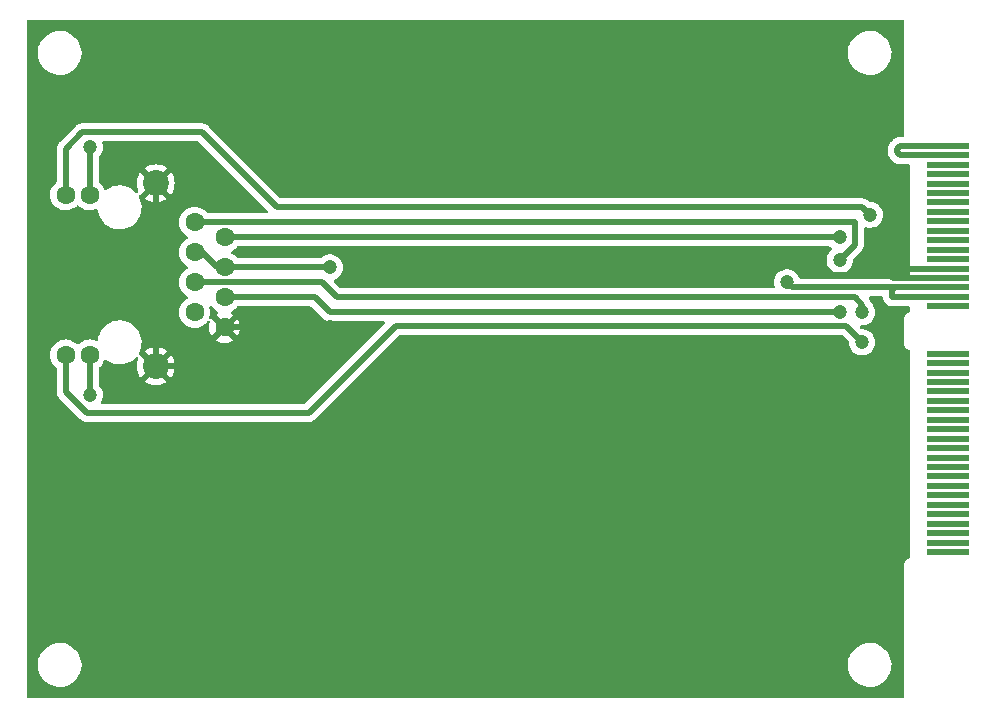
<source format=gbr>
%TF.GenerationSoftware,KiCad,Pcbnew,7.0.2*%
%TF.CreationDate,2024-05-18T17:34:20+02:00*%
%TF.ProjectId,dsoxlan,64736f78-6c61-46e2-9e6b-696361645f70,rev?*%
%TF.SameCoordinates,Original*%
%TF.FileFunction,Copper,L2,Bot*%
%TF.FilePolarity,Positive*%
%FSLAX46Y46*%
G04 Gerber Fmt 4.6, Leading zero omitted, Abs format (unit mm)*
G04 Created by KiCad (PCBNEW 7.0.2) date 2024-05-18 17:34:20*
%MOMM*%
%LPD*%
G01*
G04 APERTURE LIST*
%TA.AperFunction,ComponentPad*%
%ADD10C,1.600000*%
%TD*%
%TA.AperFunction,ComponentPad*%
%ADD11C,2.200000*%
%TD*%
%TA.AperFunction,ConnectorPad*%
%ADD12R,3.600000X0.550000*%
%TD*%
%TA.AperFunction,ViaPad*%
%ADD13C,1.200000*%
%TD*%
%TA.AperFunction,Conductor*%
%ADD14C,0.500000*%
%TD*%
G04 APERTURE END LIST*
D10*
%TO.P,P1,1,1*%
%TO.N,RX+*%
X127000000Y-76835000D03*
%TO.P,P1,2,2*%
%TO.N,RX-*%
X129540000Y-78105000D03*
%TO.P,P1,3,3*%
%TO.N,Net-(C2-Pad2)*%
X127000000Y-79375000D03*
%TO.P,P1,4,4*%
X129540000Y-80645000D03*
%TO.P,P1,5,5*%
%TO.N,TX+*%
X127000000Y-81915000D03*
%TO.P,P1,6,6*%
%TO.N,TX-*%
X129540000Y-83185000D03*
%TO.P,P1,7,7*%
%TO.N,unconnected-(P1-Pad7)*%
X127000000Y-84455000D03*
%TO.P,P1,8,8*%
%TO.N,GND*%
X129540000Y-85725000D03*
D11*
%TO.P,P1,9,Shield*%
X123698000Y-73533000D03*
%TO.P,P1,10,Shield*%
X123698000Y-89027000D03*
D10*
%TO.P,P1,11,D1*%
%TO.N,Net-(P1-D1)*%
X118110000Y-74498200D03*
%TO.P,P1,12,D2*%
%TO.N,LED1*%
X116078000Y-74498200D03*
%TO.P,P1,13,D3*%
%TO.N,Net-(P1-D3)*%
X118110000Y-88061800D03*
%TO.P,P1,14,D4*%
%TO.N,LED2*%
X116078000Y-88061800D03*
%TD*%
D12*
%TO.P,P2,2,Pin_2*%
%TO.N,unconnected-(P2-Pin_2-Pad2)*%
X190754000Y-104750000D03*
%TO.P,P2,4,Pin_4*%
%TO.N,unconnected-(P2-Pin_4-Pad4)*%
X190754000Y-103950000D03*
%TO.P,P2,6,Pin_6*%
%TO.N,unconnected-(P2-Pin_6-Pad6)*%
X190754000Y-103150000D03*
%TO.P,P2,8,Pin_8*%
%TO.N,unconnected-(P2-Pin_8-Pad8)*%
X190754000Y-102350000D03*
%TO.P,P2,10,Pin_10*%
%TO.N,unconnected-(P2-Pin_10-Pad10)*%
X190754000Y-101550000D03*
%TO.P,P2,12,Pin_12*%
%TO.N,unconnected-(P2-Pin_12-Pad12)*%
X190754000Y-100750000D03*
%TO.P,P2,14,Pin_14*%
%TO.N,unconnected-(P2-Pin_14-Pad14)*%
X190754000Y-99950000D03*
%TO.P,P2,16,Pin_16*%
%TO.N,unconnected-(P2-Pin_16-Pad16)*%
X190754000Y-99150000D03*
%TO.P,P2,18,Pin_18*%
%TO.N,unconnected-(P2-Pin_18-Pad18)*%
X190754000Y-98350000D03*
%TO.P,P2,20,Pin_20*%
%TO.N,unconnected-(P2-Pin_20-Pad20)*%
X190754000Y-97550000D03*
%TO.P,P2,22,Pin_22*%
%TO.N,unconnected-(P2-Pin_22-Pad22)*%
X190754000Y-96750000D03*
%TO.P,P2,24,Pin_24*%
%TO.N,unconnected-(P2-Pin_24-Pad24)*%
X190754000Y-95950000D03*
%TO.P,P2,26,Pin_26*%
%TO.N,unconnected-(P2-Pin_26-Pad26)*%
X190754000Y-95150000D03*
%TO.P,P2,28,Pin_28*%
%TO.N,unconnected-(P2-Pin_28-Pad28)*%
X190754000Y-94350000D03*
%TO.P,P2,30,Pin_30*%
%TO.N,unconnected-(P2-Pin_30-Pad30)*%
X190754000Y-93550000D03*
%TO.P,P2,32,Pin_32*%
%TO.N,unconnected-(P2-Pin_32-Pad32)*%
X190754000Y-92750000D03*
%TO.P,P2,34,Pin_34*%
%TO.N,unconnected-(P2-Pin_34-Pad34)*%
X190754000Y-91950000D03*
%TO.P,P2,36,Pin_36*%
%TO.N,unconnected-(P2-Pin_36-Pad36)*%
X190754000Y-91150000D03*
%TO.P,P2,38,Pin_38*%
%TO.N,unconnected-(P2-Pin_38-Pad38)*%
X190754000Y-90350000D03*
%TO.P,P2,40,Pin_40*%
%TO.N,unconnected-(P2-Pin_40-Pad40)*%
X190754000Y-89550000D03*
%TO.P,P2,42,Pin_42*%
%TO.N,unconnected-(P2-Pin_42-Pad42)*%
X190754000Y-88750000D03*
%TO.P,P2,44,Pin_44*%
%TO.N,unconnected-(P2-Pin_44-Pad44)*%
X190754000Y-87950000D03*
%TO.P,P2,46,Pin_46*%
%TO.N,unconnected-(P2-Pin_46-Pad46)*%
X190754000Y-83950000D03*
%TO.P,P2,48,Pin_48*%
%TO.N,+3.3V*%
X190754000Y-83150000D03*
%TO.P,P2,50,Pin_50*%
X190754000Y-82350000D03*
%TO.P,P2,52,Pin_52*%
%TO.N,GND*%
X190754000Y-81550000D03*
%TO.P,P2,54,Pin_54*%
X190754000Y-80750000D03*
%TO.P,P2,56,Pin_56*%
%TO.N,unconnected-(P2-Pin_56-Pad56)*%
X190754000Y-79950000D03*
%TO.P,P2,58,Pin_58*%
%TO.N,unconnected-(P2-Pin_58-Pad58)*%
X190754000Y-79150000D03*
%TO.P,P2,60,Pin_60*%
%TO.N,unconnected-(P2-Pin_60-Pad60)*%
X190754000Y-78350000D03*
%TO.P,P2,62,Pin_62*%
%TO.N,unconnected-(P2-Pin_62-Pad62)*%
X190754000Y-77550000D03*
%TO.P,P2,64,Pin_64*%
%TO.N,unconnected-(P2-Pin_64-Pad64)*%
X190754000Y-76750000D03*
%TO.P,P2,66,Pin_66*%
%TO.N,unconnected-(P2-Pin_66-Pad66)*%
X190754000Y-75950000D03*
%TO.P,P2,68,Pin_68*%
%TO.N,unconnected-(P2-Pin_68-Pad68)*%
X190754000Y-75150000D03*
%TO.P,P2,70,Pin_70*%
%TO.N,unconnected-(P2-Pin_70-Pad70)*%
X190754000Y-74350000D03*
%TO.P,P2,72,Pin_72*%
%TO.N,unconnected-(P2-Pin_72-Pad72)*%
X190754000Y-73550000D03*
%TO.P,P2,74,Pin_74*%
%TO.N,unconnected-(P2-Pin_74-Pad74)*%
X190754000Y-72750000D03*
%TO.P,P2,76,Pin_76*%
%TO.N,unconnected-(P2-Pin_76-Pad76)*%
X190754000Y-71950000D03*
%TO.P,P2,78,Pin_78*%
%TO.N,Net-(P2-Pin_78)*%
X190754000Y-71150000D03*
%TO.P,P2,80,Pin_80*%
X190754000Y-70350000D03*
%TD*%
D13*
%TO.N,GND*%
X138430000Y-85725000D03*
X177165000Y-80010000D03*
%TO.N,Net-(C2-Pad2)*%
X138430000Y-80645000D03*
%TO.N,LED2*%
X183515000Y-86995000D03*
%TO.N,TX+*%
X183515000Y-84455000D03*
%TO.N,TX-*%
X181610000Y-84455000D03*
%TO.N,RX+*%
X181610000Y-80010000D03*
%TO.N,RX-*%
X181610000Y-78105000D03*
%TO.N,LED1*%
X184150000Y-76200000D03*
%TO.N,Net-(P1-D1)*%
X118110000Y-70485000D03*
%TO.N,Net-(P1-D3)*%
X118110000Y-91440000D03*
%TO.N,+3.3V*%
X177165000Y-81915000D03*
%TD*%
D14*
%TO.N,GND*%
X186100998Y-81550000D02*
X186055000Y-81504002D01*
X186055000Y-81504002D02*
X186055000Y-81280000D01*
X177165000Y-80010000D02*
X178435000Y-81280000D01*
X178435000Y-81280000D02*
X181610000Y-81280000D01*
X181610000Y-81280000D02*
X182245000Y-81280000D01*
X182245000Y-81280000D02*
X186055000Y-81280000D01*
X186585000Y-80750000D02*
X186055000Y-81280000D01*
X126238000Y-89027000D02*
X129540000Y-85725000D01*
X190754000Y-81550000D02*
X186100998Y-81550000D01*
X123698000Y-89027000D02*
X126238000Y-89027000D01*
X190754000Y-80750000D02*
X186585000Y-80750000D01*
X123698000Y-89027000D02*
X123698000Y-73533000D01*
X129540000Y-85725000D02*
X138430000Y-85725000D01*
%TO.N,Net-(C2-Pad2)*%
X127635000Y-79375000D02*
X128905000Y-80645000D01*
X128905000Y-80645000D02*
X129540000Y-80645000D01*
X127000000Y-79375000D02*
X127635000Y-79375000D01*
X129540000Y-80645000D02*
X138430000Y-80645000D01*
%TO.N,LED2*%
X116078000Y-91186000D02*
X117856000Y-92964000D01*
X117856000Y-92964000D02*
X136652000Y-92964000D01*
X136652000Y-92964000D02*
X144018000Y-85598000D01*
X144018000Y-85598000D02*
X182118000Y-85598000D01*
X182118000Y-85598000D02*
X183515000Y-86995000D01*
X116078000Y-88061800D02*
X116078000Y-91186000D01*
%TO.N,TX+*%
X137795000Y-81915000D02*
X139065000Y-83185000D01*
X139065000Y-83185000D02*
X182880000Y-83185000D01*
X182880000Y-83185000D02*
X183515000Y-83820000D01*
X183515000Y-83820000D02*
X183515000Y-84455000D01*
X127000000Y-81915000D02*
X137795000Y-81915000D01*
%TO.N,TX-*%
X181610000Y-84455000D02*
X138430000Y-84455000D01*
X138430000Y-84455000D02*
X137160000Y-83185000D01*
X137160000Y-83185000D02*
X129540000Y-83185000D01*
%TO.N,RX+*%
X176530000Y-76835000D02*
X177165000Y-76835000D01*
X177165000Y-76835000D02*
X179070000Y-76835000D01*
X179070000Y-76835000D02*
X182880000Y-76835000D01*
X182880000Y-76835000D02*
X182880000Y-78740000D01*
X182880000Y-78740000D02*
X181610000Y-80010000D01*
X127000000Y-76835000D02*
X175260000Y-76835000D01*
X175260000Y-76835000D02*
X176530000Y-76835000D01*
%TO.N,RX-*%
X173355000Y-78105000D02*
X129540000Y-78105000D01*
X176530000Y-78105000D02*
X177165000Y-78105000D01*
X177165000Y-78105000D02*
X181610000Y-78105000D01*
X173355000Y-78105000D02*
X176530000Y-78105000D01*
%TO.N,LED1*%
X116078000Y-70612000D02*
X117475000Y-69215000D01*
X117475000Y-69215000D02*
X127635000Y-69215000D01*
X127635000Y-69215000D02*
X133985000Y-75565000D01*
X133985000Y-75565000D02*
X183515000Y-75565000D01*
X183515000Y-75565000D02*
X184150000Y-76200000D01*
X116078000Y-74498200D02*
X116078000Y-70612000D01*
%TO.N,Net-(P1-D1)*%
X118110000Y-70485000D02*
X118110000Y-74498200D01*
%TO.N,Net-(P1-D3)*%
X118110000Y-91440000D02*
X118110000Y-88061800D01*
%TO.N,+3.3V*%
X186255000Y-82350000D02*
X186055000Y-82550000D01*
X186055000Y-82550000D02*
X186055000Y-83185000D01*
X186055000Y-83185000D02*
X186090000Y-83150000D01*
X186090000Y-83150000D02*
X190754000Y-83150000D01*
X187325000Y-82350000D02*
X186255000Y-82350000D01*
X177600000Y-82350000D02*
X177165000Y-81915000D01*
X187325000Y-82350000D02*
X177600000Y-82350000D01*
X190754000Y-82350000D02*
X187325000Y-82350000D01*
%TO.N,Net-(P2-Pin_78)*%
X186720000Y-71150000D02*
X186436000Y-70866000D01*
X186436000Y-70866000D02*
X186436000Y-70612000D01*
X186436000Y-70612000D02*
X186698000Y-70350000D01*
X186698000Y-70350000D02*
X190754000Y-70350000D01*
X190754000Y-71150000D02*
X186720000Y-71150000D01*
%TD*%
%TA.AperFunction,Conductor*%
%TO.N,GND*%
G36*
X187020621Y-59702502D02*
G01*
X187067114Y-59756158D01*
X187078500Y-59808500D01*
X187078500Y-69465500D01*
X187058498Y-69533621D01*
X187004842Y-69580114D01*
X186952500Y-69591500D01*
X186762442Y-69591500D01*
X186744182Y-69590170D01*
X186720212Y-69586659D01*
X186720211Y-69586659D01*
X186694075Y-69588945D01*
X186670353Y-69591021D01*
X186659372Y-69591500D01*
X186653820Y-69591500D01*
X186650182Y-69591925D01*
X186650167Y-69591926D01*
X186622711Y-69595135D01*
X186619070Y-69595507D01*
X186542260Y-69602227D01*
X186523123Y-69606470D01*
X186450634Y-69632853D01*
X186447176Y-69634055D01*
X186374000Y-69658303D01*
X186356372Y-69666838D01*
X186291918Y-69709229D01*
X186288831Y-69711196D01*
X186223218Y-69751667D01*
X186208032Y-69764038D01*
X186155087Y-69820156D01*
X186152534Y-69822783D01*
X185945225Y-70030092D01*
X185931377Y-70042061D01*
X185911944Y-70056529D01*
X185879773Y-70094868D01*
X185872360Y-70102958D01*
X185871017Y-70104301D01*
X185871011Y-70104307D01*
X185868420Y-70106899D01*
X185866149Y-70109770D01*
X185866140Y-70109781D01*
X185848997Y-70131460D01*
X185846688Y-70134294D01*
X185797119Y-70193369D01*
X185786589Y-70209899D01*
X185753995Y-70279794D01*
X185752401Y-70283087D01*
X185717795Y-70351997D01*
X185711363Y-70370500D01*
X185695759Y-70446064D01*
X185694967Y-70449637D01*
X185677192Y-70524640D01*
X185675202Y-70544115D01*
X185677447Y-70621258D01*
X185677500Y-70624922D01*
X185677500Y-70801559D01*
X185676170Y-70819820D01*
X185672658Y-70843790D01*
X185677020Y-70893633D01*
X185677500Y-70904616D01*
X185677500Y-70910180D01*
X185677924Y-70913815D01*
X185677926Y-70913834D01*
X185681135Y-70941291D01*
X185681507Y-70944932D01*
X185688228Y-71021744D01*
X185692469Y-71040873D01*
X185718846Y-71113342D01*
X185720049Y-71116804D01*
X185744304Y-71190000D01*
X185752837Y-71207627D01*
X185795232Y-71272084D01*
X185797171Y-71275127D01*
X185836970Y-71339651D01*
X185837674Y-71340792D01*
X185850038Y-71355967D01*
X185906155Y-71408911D01*
X185908784Y-71411465D01*
X186138092Y-71640773D01*
X186150060Y-71654620D01*
X186164531Y-71674058D01*
X186202870Y-71706228D01*
X186210974Y-71713655D01*
X186214900Y-71717581D01*
X186217780Y-71719858D01*
X186239455Y-71736997D01*
X186242296Y-71739311D01*
X186301377Y-71788885D01*
X186317890Y-71799405D01*
X186387786Y-71831998D01*
X186391078Y-71833591D01*
X186458812Y-71867609D01*
X186458814Y-71867609D01*
X186460008Y-71868209D01*
X186478490Y-71874633D01*
X186479791Y-71874901D01*
X186479794Y-71874903D01*
X186554078Y-71890241D01*
X186557630Y-71891029D01*
X186631344Y-71908500D01*
X186631346Y-71908500D01*
X186632641Y-71908807D01*
X186652114Y-71910797D01*
X186653439Y-71910758D01*
X186653442Y-71910759D01*
X186727477Y-71908604D01*
X186729259Y-71908553D01*
X186732923Y-71908500D01*
X187453000Y-71908500D01*
X187521121Y-71928502D01*
X187567614Y-71982158D01*
X187579000Y-72034500D01*
X187579000Y-81465500D01*
X187558998Y-81533621D01*
X187505342Y-81580114D01*
X187453000Y-81591500D01*
X186319442Y-81591500D01*
X186301182Y-81590170D01*
X186277212Y-81586659D01*
X186277211Y-81586659D01*
X186251075Y-81588945D01*
X186227353Y-81591021D01*
X186216372Y-81591500D01*
X178320254Y-81591500D01*
X178252133Y-81571498D01*
X178207464Y-81521663D01*
X178111504Y-81328951D01*
X178058112Y-81258249D01*
X177987701Y-81165009D01*
X177835882Y-81026608D01*
X177787332Y-80996547D01*
X177661219Y-80918460D01*
X177469655Y-80844249D01*
X177469654Y-80844249D01*
X177267718Y-80806500D01*
X177062282Y-80806500D01*
X176927657Y-80831665D01*
X176860344Y-80844249D01*
X176668780Y-80918460D01*
X176494119Y-81026607D01*
X176342298Y-81165010D01*
X176218497Y-81328949D01*
X176126925Y-81512848D01*
X176070705Y-81710442D01*
X176051750Y-81915000D01*
X176070705Y-82119557D01*
X176112377Y-82266019D01*
X176111781Y-82337013D01*
X176072896Y-82396414D01*
X176008070Y-82425364D01*
X175991187Y-82426500D01*
X139431371Y-82426500D01*
X139363250Y-82406498D01*
X139342276Y-82389595D01*
X138823657Y-81870976D01*
X138789631Y-81808664D01*
X138794696Y-81737849D01*
X138837243Y-81681013D01*
X138867237Y-81664389D01*
X138926218Y-81641540D01*
X138940994Y-81632391D01*
X139100882Y-81533392D01*
X139252701Y-81394991D01*
X139376503Y-81231050D01*
X139468074Y-81047152D01*
X139524294Y-80849559D01*
X139543249Y-80645000D01*
X139524294Y-80440441D01*
X139468074Y-80242848D01*
X139376503Y-80058950D01*
X139252701Y-79895009D01*
X139100882Y-79756608D01*
X139052332Y-79726547D01*
X138926219Y-79648460D01*
X138734655Y-79574249D01*
X138734654Y-79574249D01*
X138532718Y-79536500D01*
X138327282Y-79536500D01*
X138192657Y-79561666D01*
X138125344Y-79574249D01*
X137933780Y-79648460D01*
X137759115Y-79756609D01*
X137652705Y-79853615D01*
X137588888Y-79884726D01*
X137567820Y-79886500D01*
X130671867Y-79886500D01*
X130603746Y-79866498D01*
X130568654Y-79832770D01*
X130546197Y-79800698D01*
X130384303Y-79638804D01*
X130196748Y-79507476D01*
X130157543Y-79489195D01*
X130104257Y-79442278D01*
X130084796Y-79374001D01*
X130105337Y-79306041D01*
X130157543Y-79260805D01*
X130174450Y-79252921D01*
X130196749Y-79242523D01*
X130384300Y-79111198D01*
X130546198Y-78949300D01*
X130568653Y-78917230D01*
X130624111Y-78872901D01*
X130671867Y-78863500D01*
X173266344Y-78863500D01*
X176441344Y-78863500D01*
X177076344Y-78863500D01*
X180747820Y-78863500D01*
X180815941Y-78883502D01*
X180832705Y-78896385D01*
X180907298Y-78964385D01*
X180944165Y-79025059D01*
X180942376Y-79096033D01*
X180907299Y-79150614D01*
X180799353Y-79249020D01*
X180787298Y-79260010D01*
X180663497Y-79423949D01*
X180571925Y-79607848D01*
X180515705Y-79805442D01*
X180496750Y-80010000D01*
X180515705Y-80214557D01*
X180571925Y-80412151D01*
X180654371Y-80577722D01*
X180663497Y-80596050D01*
X180787299Y-80759991D01*
X180939118Y-80898392D01*
X181113782Y-81006540D01*
X181305345Y-81080751D01*
X181507282Y-81118500D01*
X181507284Y-81118500D01*
X181712716Y-81118500D01*
X181712718Y-81118500D01*
X181914655Y-81080751D01*
X182106218Y-81006540D01*
X182280882Y-80898392D01*
X182432701Y-80759991D01*
X182556503Y-80596050D01*
X182648074Y-80412152D01*
X182704294Y-80214559D01*
X182723194Y-80010583D01*
X182749397Y-79944602D01*
X182759554Y-79933125D01*
X183370777Y-79321902D01*
X183384624Y-79309936D01*
X183404058Y-79295469D01*
X183436221Y-79257138D01*
X183443660Y-79249020D01*
X183447580Y-79245101D01*
X183467070Y-79220450D01*
X183469234Y-79217794D01*
X183518032Y-79159640D01*
X183518035Y-79159632D01*
X183518892Y-79158612D01*
X183529402Y-79142117D01*
X183538966Y-79121608D01*
X183561992Y-79072226D01*
X183563587Y-79068932D01*
X183576888Y-79042446D01*
X183597609Y-79001188D01*
X183597609Y-79001185D01*
X183598207Y-78999996D01*
X183604632Y-78981513D01*
X183604902Y-78980206D01*
X183620232Y-78905957D01*
X183621021Y-78902399D01*
X183638500Y-78828656D01*
X183638500Y-78828654D01*
X183638807Y-78827359D01*
X183640796Y-78807888D01*
X183640757Y-78806560D01*
X183640758Y-78806558D01*
X183638553Y-78730774D01*
X183638500Y-78727110D01*
X183638500Y-77374556D01*
X183658502Y-77306435D01*
X183712158Y-77259942D01*
X183782432Y-77249838D01*
X183810010Y-77257062D01*
X183845345Y-77270751D01*
X184047282Y-77308500D01*
X184047284Y-77308500D01*
X184252716Y-77308500D01*
X184252718Y-77308500D01*
X184454655Y-77270751D01*
X184646218Y-77196540D01*
X184820882Y-77088392D01*
X184972701Y-76949991D01*
X185096503Y-76786050D01*
X185188074Y-76602152D01*
X185244294Y-76404559D01*
X185263249Y-76200000D01*
X185261233Y-76178249D01*
X185244294Y-75995442D01*
X185242944Y-75990698D01*
X185188074Y-75797848D01*
X185096503Y-75613950D01*
X184972701Y-75450009D01*
X184820882Y-75311608D01*
X184772332Y-75281547D01*
X184646219Y-75203460D01*
X184454655Y-75129249D01*
X184437879Y-75126113D01*
X184252718Y-75091500D01*
X184252716Y-75091500D01*
X184171388Y-75091500D01*
X184103267Y-75071498D01*
X184071113Y-75041482D01*
X184032127Y-75008769D01*
X184024024Y-75001343D01*
X184022694Y-75000013D01*
X184020101Y-74997420D01*
X184017235Y-74995153D01*
X184017224Y-74995144D01*
X183995530Y-74977991D01*
X183992708Y-74975692D01*
X183934640Y-74926968D01*
X183934639Y-74926967D01*
X183933621Y-74926113D01*
X183917110Y-74915594D01*
X183847205Y-74882996D01*
X183843909Y-74881401D01*
X183774996Y-74846792D01*
X183756504Y-74840365D01*
X183680942Y-74824762D01*
X183677367Y-74823969D01*
X183602356Y-74806191D01*
X183582885Y-74804202D01*
X183505741Y-74806447D01*
X183502077Y-74806500D01*
X134351371Y-74806500D01*
X134283250Y-74786498D01*
X134262276Y-74769595D01*
X128216909Y-68724228D01*
X128204937Y-68710375D01*
X128190470Y-68690943D01*
X128183573Y-68685156D01*
X128152127Y-68658769D01*
X128144024Y-68651343D01*
X128142694Y-68650013D01*
X128140101Y-68647420D01*
X128137235Y-68645153D01*
X128137224Y-68645144D01*
X128115530Y-68627991D01*
X128112708Y-68625692D01*
X128054640Y-68576968D01*
X128054639Y-68576967D01*
X128053621Y-68576113D01*
X128037110Y-68565594D01*
X127967205Y-68532996D01*
X127963909Y-68531401D01*
X127958622Y-68528746D01*
X127946954Y-68522886D01*
X127894996Y-68496792D01*
X127876504Y-68490365D01*
X127800942Y-68474762D01*
X127797367Y-68473969D01*
X127722356Y-68456191D01*
X127702885Y-68454202D01*
X127625741Y-68456447D01*
X127622077Y-68456500D01*
X117539441Y-68456500D01*
X117521180Y-68455170D01*
X117497211Y-68451659D01*
X117447353Y-68456021D01*
X117436372Y-68456500D01*
X117430820Y-68456500D01*
X117427185Y-68456924D01*
X117427165Y-68456926D01*
X117399709Y-68460135D01*
X117396068Y-68460507D01*
X117319251Y-68467228D01*
X117300139Y-68471465D01*
X117227653Y-68497846D01*
X117224198Y-68499047D01*
X117150995Y-68523305D01*
X117133372Y-68531837D01*
X117068932Y-68574220D01*
X117065843Y-68576188D01*
X117000221Y-68616665D01*
X116985036Y-68629034D01*
X116932087Y-68685156D01*
X116929534Y-68687783D01*
X115587225Y-70030092D01*
X115573377Y-70042061D01*
X115553944Y-70056529D01*
X115521773Y-70094868D01*
X115514360Y-70102958D01*
X115513017Y-70104301D01*
X115513011Y-70104307D01*
X115510420Y-70106899D01*
X115508149Y-70109770D01*
X115508140Y-70109781D01*
X115490997Y-70131460D01*
X115488688Y-70134294D01*
X115439119Y-70193369D01*
X115428589Y-70209899D01*
X115395995Y-70279794D01*
X115394401Y-70283087D01*
X115359795Y-70351997D01*
X115353363Y-70370500D01*
X115337759Y-70446064D01*
X115336967Y-70449637D01*
X115319192Y-70524640D01*
X115317202Y-70544115D01*
X115319447Y-70621258D01*
X115319500Y-70624922D01*
X115319500Y-73366332D01*
X115299498Y-73434453D01*
X115265772Y-73469544D01*
X115233697Y-73492003D01*
X115071804Y-73653896D01*
X114940477Y-73841449D01*
X114843715Y-74048956D01*
X114784457Y-74270112D01*
X114764502Y-74498200D01*
X114784457Y-74726287D01*
X114843715Y-74947443D01*
X114940477Y-75154950D01*
X115071804Y-75342503D01*
X115233696Y-75504395D01*
X115421249Y-75635722D01*
X115628756Y-75732484D01*
X115688014Y-75748362D01*
X115849913Y-75791743D01*
X116078000Y-75811698D01*
X116306087Y-75791743D01*
X116527243Y-75732484D01*
X116734749Y-75635723D01*
X116922300Y-75504398D01*
X117004906Y-75421791D01*
X117067216Y-75387768D01*
X117138032Y-75392832D01*
X117183093Y-75421791D01*
X117258535Y-75497233D01*
X117265699Y-75504397D01*
X117453249Y-75635722D01*
X117660756Y-75732484D01*
X117720014Y-75748362D01*
X117881913Y-75791743D01*
X118110000Y-75811698D01*
X118338087Y-75791743D01*
X118559243Y-75732484D01*
X118635405Y-75696968D01*
X118705597Y-75686307D01*
X118770410Y-75715286D01*
X118809266Y-75774706D01*
X118813900Y-75797382D01*
X118825413Y-75902015D01*
X118825414Y-75902018D01*
X118893928Y-76164088D01*
X118999870Y-76413390D01*
X119140982Y-76644610D01*
X119314255Y-76852820D01*
X119314256Y-76852821D01*
X119314258Y-76852823D01*
X119515993Y-77033578D01*
X119515995Y-77033579D01*
X119515998Y-77033582D01*
X119741910Y-77183044D01*
X119770700Y-77196540D01*
X119987171Y-77298018D01*
X119987173Y-77298018D01*
X119987176Y-77298020D01*
X120246569Y-77376060D01*
X120246572Y-77376060D01*
X120246574Y-77376061D01*
X120514558Y-77415500D01*
X120514561Y-77415500D01*
X120715330Y-77415500D01*
X120717631Y-77415500D01*
X120920156Y-77400677D01*
X121184553Y-77341780D01*
X121437558Y-77245014D01*
X121673777Y-77112441D01*
X121888177Y-76946888D01*
X122076186Y-76751881D01*
X122233799Y-76531579D01*
X122357656Y-76290675D01*
X122445118Y-76034305D01*
X122494319Y-75767933D01*
X122504212Y-75497235D01*
X122474586Y-75227982D01*
X122406072Y-74965912D01*
X122300130Y-74716610D01*
X122272077Y-74670644D01*
X122253664Y-74602078D01*
X122275243Y-74534441D01*
X122329965Y-74489207D01*
X122391481Y-74480308D01*
X122979155Y-73892634D01*
X123068577Y-74034948D01*
X123196052Y-74162423D01*
X123338364Y-74251843D01*
X122751387Y-74838820D01*
X122751387Y-74838822D01*
X122965727Y-74970169D01*
X123199562Y-75067027D01*
X123445675Y-75126113D01*
X123698000Y-75145971D01*
X123950324Y-75126113D01*
X124196437Y-75067027D01*
X124430277Y-74970167D01*
X124644611Y-74838822D01*
X124644611Y-74838820D01*
X124057634Y-74251843D01*
X124199948Y-74162423D01*
X124327423Y-74034948D01*
X124416843Y-73892634D01*
X125003820Y-74479611D01*
X125003822Y-74479611D01*
X125135167Y-74265277D01*
X125232027Y-74031437D01*
X125291113Y-73785324D01*
X125310971Y-73533000D01*
X125291113Y-73280675D01*
X125232027Y-73034562D01*
X125135169Y-72800727D01*
X125003822Y-72586387D01*
X125003820Y-72586387D01*
X124416843Y-73173364D01*
X124327423Y-73031052D01*
X124199948Y-72903577D01*
X124057634Y-72814155D01*
X124644611Y-72227178D01*
X124644611Y-72227176D01*
X124430272Y-72095830D01*
X124196437Y-71998972D01*
X123950324Y-71939886D01*
X123697999Y-71920028D01*
X123445675Y-71939886D01*
X123199562Y-71998972D01*
X122965725Y-72095831D01*
X122751387Y-72227176D01*
X122751387Y-72227178D01*
X123338365Y-72814156D01*
X123196052Y-72903577D01*
X123068577Y-73031052D01*
X122979156Y-73173364D01*
X122392178Y-72586387D01*
X122392176Y-72586387D01*
X122260831Y-72800725D01*
X122163972Y-73034562D01*
X122104886Y-73280675D01*
X122085028Y-73533000D01*
X122104886Y-73785324D01*
X122163972Y-74031437D01*
X122225684Y-74180423D01*
X122233273Y-74251013D01*
X122201494Y-74314500D01*
X122140436Y-74350727D01*
X122069484Y-74348193D01*
X122012425Y-74309239D01*
X121985744Y-74277179D01*
X121784006Y-74096421D01*
X121784003Y-74096419D01*
X121784002Y-74096418D01*
X121558090Y-73946956D01*
X121558086Y-73946954D01*
X121312828Y-73831981D01*
X121053425Y-73753938D01*
X120785442Y-73714500D01*
X120785439Y-73714500D01*
X120582369Y-73714500D01*
X120580099Y-73714666D01*
X120580075Y-73714667D01*
X120379839Y-73729323D01*
X120115449Y-73788219D01*
X119862441Y-73884985D01*
X119626221Y-74017559D01*
X119532807Y-74089691D01*
X119466665Y-74115493D01*
X119397073Y-74101439D01*
X119346127Y-74051993D01*
X119341605Y-74043212D01*
X119337751Y-74034948D01*
X119247523Y-73841451D01*
X119240891Y-73831980D01*
X119156980Y-73712143D01*
X119116198Y-73653900D01*
X118954300Y-73492002D01*
X118954298Y-73492000D01*
X118922227Y-73469544D01*
X118877899Y-73414087D01*
X118868499Y-73366332D01*
X118868499Y-72586387D01*
X118868499Y-71349148D01*
X118888500Y-71281031D01*
X118909612Y-71256038D01*
X118932701Y-71234991D01*
X119056503Y-71071050D01*
X119148074Y-70887152D01*
X119204294Y-70689559D01*
X119223249Y-70485000D01*
X119204294Y-70280441D01*
X119162623Y-70133981D01*
X119163219Y-70062987D01*
X119202104Y-70003586D01*
X119266930Y-69974636D01*
X119283813Y-69973500D01*
X127268629Y-69973500D01*
X127336750Y-69993502D01*
X127357724Y-70010405D01*
X133208724Y-75861405D01*
X133242750Y-75923717D01*
X133237685Y-75994532D01*
X133195138Y-76051368D01*
X133128618Y-76076179D01*
X133119629Y-76076500D01*
X128131867Y-76076500D01*
X128063746Y-76056498D01*
X128028654Y-76022770D01*
X128006197Y-75990698D01*
X127844303Y-75828804D01*
X127656750Y-75697477D01*
X127449243Y-75600715D01*
X127228087Y-75541457D01*
X127000000Y-75521502D01*
X126771912Y-75541457D01*
X126550756Y-75600715D01*
X126343249Y-75697477D01*
X126155696Y-75828804D01*
X125993804Y-75990696D01*
X125862477Y-76178249D01*
X125765715Y-76385756D01*
X125706457Y-76606912D01*
X125686502Y-76834999D01*
X125706457Y-77063087D01*
X125765715Y-77284243D01*
X125862477Y-77491750D01*
X125993804Y-77679303D01*
X126155696Y-77841195D01*
X126155699Y-77841197D01*
X126155700Y-77841198D01*
X126343251Y-77972523D01*
X126378359Y-77988894D01*
X126382457Y-77990805D01*
X126435742Y-78037722D01*
X126455203Y-78106000D01*
X126434661Y-78173960D01*
X126382457Y-78219195D01*
X126343250Y-78237477D01*
X126155696Y-78368804D01*
X125993804Y-78530696D01*
X125862477Y-78718249D01*
X125765715Y-78925756D01*
X125706457Y-79146912D01*
X125686502Y-79375000D01*
X125706457Y-79603087D01*
X125765715Y-79824243D01*
X125862477Y-80031750D01*
X125993804Y-80219303D01*
X126155696Y-80381195D01*
X126155699Y-80381197D01*
X126155700Y-80381198D01*
X126343251Y-80512523D01*
X126378359Y-80528894D01*
X126382457Y-80530805D01*
X126435742Y-80577722D01*
X126455203Y-80646000D01*
X126434661Y-80713960D01*
X126382457Y-80759195D01*
X126343250Y-80777477D01*
X126155696Y-80908804D01*
X125993804Y-81070696D01*
X125862477Y-81258249D01*
X125765715Y-81465756D01*
X125706457Y-81686912D01*
X125686502Y-81914999D01*
X125706457Y-82143087D01*
X125765715Y-82364243D01*
X125862477Y-82571750D01*
X125993804Y-82759303D01*
X126155696Y-82921195D01*
X126155699Y-82921197D01*
X126155700Y-82921198D01*
X126343251Y-83052523D01*
X126378359Y-83068894D01*
X126382457Y-83070805D01*
X126435742Y-83117722D01*
X126455203Y-83186000D01*
X126434661Y-83253960D01*
X126382457Y-83299195D01*
X126343250Y-83317477D01*
X126155696Y-83448804D01*
X125993804Y-83610696D01*
X125862477Y-83798249D01*
X125765715Y-84005756D01*
X125706457Y-84226912D01*
X125686502Y-84455000D01*
X125706457Y-84683087D01*
X125765715Y-84904243D01*
X125862477Y-85111750D01*
X125993804Y-85299303D01*
X126155696Y-85461195D01*
X126343249Y-85592522D01*
X126550756Y-85689284D01*
X126610014Y-85705162D01*
X126771913Y-85748543D01*
X127000000Y-85768498D01*
X127228087Y-85748543D01*
X127449243Y-85689284D01*
X127656749Y-85592523D01*
X127844300Y-85461198D01*
X128006198Y-85299300D01*
X128072134Y-85205133D01*
X128127588Y-85160807D01*
X128198208Y-85153498D01*
X128261568Y-85185528D01*
X128297554Y-85246729D01*
X128297052Y-85310016D01*
X128246951Y-85496998D01*
X128227004Y-85725000D01*
X128246951Y-85952999D01*
X128306186Y-86174070D01*
X128402912Y-86381497D01*
X128452899Y-86452887D01*
X129095155Y-85810632D01*
X129096327Y-85826265D01*
X129145887Y-85952541D01*
X129230465Y-86058599D01*
X129342547Y-86135016D01*
X129454623Y-86169586D01*
X128812110Y-86812098D01*
X128812110Y-86812100D01*
X128883497Y-86862085D01*
X129090929Y-86958813D01*
X129312000Y-87018048D01*
X129540000Y-87037995D01*
X129767999Y-87018048D01*
X129989070Y-86958813D01*
X130196498Y-86862087D01*
X130267888Y-86812099D01*
X130267888Y-86812097D01*
X129623316Y-86167525D01*
X129674138Y-86159865D01*
X129796357Y-86101007D01*
X129895798Y-86008740D01*
X129963625Y-85891260D01*
X129982550Y-85808341D01*
X130627097Y-86452888D01*
X130627099Y-86452888D01*
X130677087Y-86381498D01*
X130773813Y-86174070D01*
X130833048Y-85952999D01*
X130852995Y-85724999D01*
X130833048Y-85497000D01*
X130773813Y-85275929D01*
X130677085Y-85068497D01*
X130627100Y-84997110D01*
X130627098Y-84997110D01*
X129984844Y-85639364D01*
X129983673Y-85623735D01*
X129934113Y-85497459D01*
X129849535Y-85391401D01*
X129737453Y-85314984D01*
X129625376Y-85280413D01*
X130267888Y-84637899D01*
X130196497Y-84587912D01*
X130156950Y-84569471D01*
X130103665Y-84522554D01*
X130084204Y-84454276D01*
X130104746Y-84386316D01*
X130156951Y-84341081D01*
X130157784Y-84340692D01*
X130196749Y-84322523D01*
X130384300Y-84191198D01*
X130546198Y-84029300D01*
X130568653Y-83997230D01*
X130624111Y-83952901D01*
X130671867Y-83943500D01*
X136793629Y-83943500D01*
X136861750Y-83963502D01*
X136882724Y-83980405D01*
X137848092Y-84945773D01*
X137860060Y-84959620D01*
X137874531Y-84979058D01*
X137896043Y-84997109D01*
X137912870Y-85011228D01*
X137920974Y-85018655D01*
X137924899Y-85022580D01*
X137948258Y-85041050D01*
X137949453Y-85041995D01*
X137952292Y-85044308D01*
X138011382Y-85093890D01*
X138027889Y-85104405D01*
X138029093Y-85104966D01*
X138029094Y-85104967D01*
X138043640Y-85111750D01*
X138097794Y-85137002D01*
X138101094Y-85138600D01*
X138170000Y-85173206D01*
X138188485Y-85179631D01*
X138189791Y-85179900D01*
X138189794Y-85179902D01*
X138264113Y-85195247D01*
X138267525Y-85196003D01*
X138341344Y-85213500D01*
X138341347Y-85213500D01*
X138342642Y-85213807D01*
X138362111Y-85215796D01*
X138363438Y-85215757D01*
X138363442Y-85215758D01*
X138437697Y-85213597D01*
X138439224Y-85213553D01*
X138442888Y-85213500D01*
X143025629Y-85213500D01*
X143093750Y-85233502D01*
X143140243Y-85287158D01*
X143150347Y-85357432D01*
X143120853Y-85422012D01*
X143114724Y-85428595D01*
X136374724Y-92168595D01*
X136312412Y-92202621D01*
X136285629Y-92205500D01*
X119170644Y-92205500D01*
X119102523Y-92185498D01*
X119056030Y-92131842D01*
X119045926Y-92061568D01*
X119057854Y-92023336D01*
X119148074Y-91842151D01*
X119179567Y-91731465D01*
X119204294Y-91644559D01*
X119223249Y-91440000D01*
X119204294Y-91235441D01*
X119148074Y-91037848D01*
X119056503Y-90853950D01*
X118932701Y-90690009D01*
X118909613Y-90668961D01*
X118872747Y-90608286D01*
X118868500Y-90575847D01*
X118868500Y-89193667D01*
X118888502Y-89125546D01*
X118922228Y-89090454D01*
X118954300Y-89067998D01*
X119116198Y-88906100D01*
X119247523Y-88718549D01*
X119339896Y-88520452D01*
X119386812Y-88467168D01*
X119455089Y-88447707D01*
X119523049Y-88468248D01*
X119523339Y-88468439D01*
X119741910Y-88613044D01*
X119858694Y-88667790D01*
X119987171Y-88728018D01*
X119987173Y-88728018D01*
X119987176Y-88728020D01*
X120246569Y-88806060D01*
X120246572Y-88806060D01*
X120246574Y-88806061D01*
X120514558Y-88845500D01*
X120514561Y-88845500D01*
X120715330Y-88845500D01*
X120717631Y-88845500D01*
X120920156Y-88830677D01*
X121184553Y-88771780D01*
X121437558Y-88675014D01*
X121673777Y-88542441D01*
X121888177Y-88376888D01*
X122020211Y-88239939D01*
X122081890Y-88204782D01*
X122152786Y-88208553D01*
X122210390Y-88250054D01*
X122236412Y-88316110D01*
X122227327Y-88375611D01*
X122163972Y-88528562D01*
X122104886Y-88774675D01*
X122085028Y-89026999D01*
X122104886Y-89279324D01*
X122163972Y-89525437D01*
X122260830Y-89759272D01*
X122392176Y-89973611D01*
X122392178Y-89973611D01*
X122979155Y-89386634D01*
X123068577Y-89528948D01*
X123196052Y-89656423D01*
X123338364Y-89745843D01*
X122751387Y-90332820D01*
X122751387Y-90332822D01*
X122965727Y-90464169D01*
X123199562Y-90561027D01*
X123445675Y-90620113D01*
X123698000Y-90639971D01*
X123950324Y-90620113D01*
X124196437Y-90561027D01*
X124430277Y-90464167D01*
X124644611Y-90332822D01*
X124644611Y-90332820D01*
X124057634Y-89745843D01*
X124199948Y-89656423D01*
X124327423Y-89528948D01*
X124416843Y-89386634D01*
X125003820Y-89973611D01*
X125003822Y-89973611D01*
X125135167Y-89759277D01*
X125232027Y-89525437D01*
X125291113Y-89279324D01*
X125310971Y-89027000D01*
X125291113Y-88774675D01*
X125232027Y-88528562D01*
X125135169Y-88294727D01*
X125003822Y-88080387D01*
X125003820Y-88080387D01*
X124416843Y-88667364D01*
X124327423Y-88525052D01*
X124199948Y-88397577D01*
X124057634Y-88308155D01*
X124644611Y-87721178D01*
X124644611Y-87721176D01*
X124430272Y-87589830D01*
X124196437Y-87492972D01*
X123950324Y-87433886D01*
X123698000Y-87414028D01*
X123445675Y-87433886D01*
X123199562Y-87492972D01*
X122965725Y-87589831D01*
X122751387Y-87721176D01*
X122751387Y-87721178D01*
X123338365Y-88308156D01*
X123196052Y-88397577D01*
X123068577Y-88525052D01*
X122979156Y-88667365D01*
X122391677Y-88079886D01*
X122323622Y-88068359D01*
X122271145Y-88020539D01*
X122252851Y-87951940D01*
X122266753Y-87897481D01*
X122357656Y-87720675D01*
X122445118Y-87464305D01*
X122494319Y-87197933D01*
X122504212Y-86927235D01*
X122474586Y-86657982D01*
X122406072Y-86395912D01*
X122300130Y-86146610D01*
X122159018Y-85915390D01*
X121985745Y-85707180D01*
X121985741Y-85707176D01*
X121784006Y-85526421D01*
X121784003Y-85526419D01*
X121784002Y-85526418D01*
X121558090Y-85376956D01*
X121486492Y-85343392D01*
X121312828Y-85261981D01*
X121053425Y-85183938D01*
X120785442Y-85144500D01*
X120785439Y-85144500D01*
X120582369Y-85144500D01*
X120580099Y-85144666D01*
X120580075Y-85144667D01*
X120379839Y-85159323D01*
X120115449Y-85218219D01*
X119862441Y-85314985D01*
X119626225Y-85447557D01*
X119411820Y-85613114D01*
X119223815Y-85808117D01*
X119066200Y-86028422D01*
X118942342Y-86269328D01*
X118854882Y-86525693D01*
X118809686Y-86770382D01*
X118777644Y-86833737D01*
X118716436Y-86869710D01*
X118645495Y-86866882D01*
X118632532Y-86861691D01*
X118559243Y-86827515D01*
X118338087Y-86768257D01*
X118338086Y-86768257D01*
X118110000Y-86748302D01*
X118109999Y-86748302D01*
X117881912Y-86768257D01*
X117660756Y-86827515D01*
X117453249Y-86924277D01*
X117265696Y-87055604D01*
X117183095Y-87138206D01*
X117120783Y-87172232D01*
X117049968Y-87167167D01*
X117004905Y-87138206D01*
X116922303Y-87055604D01*
X116734750Y-86924277D01*
X116527243Y-86827515D01*
X116306087Y-86768257D01*
X116078000Y-86748302D01*
X116077999Y-86748302D01*
X115849912Y-86768257D01*
X115628756Y-86827515D01*
X115421249Y-86924277D01*
X115233696Y-87055604D01*
X115071804Y-87217496D01*
X114940477Y-87405049D01*
X114843715Y-87612556D01*
X114784457Y-87833712D01*
X114764502Y-88061799D01*
X114784457Y-88289887D01*
X114843715Y-88511043D01*
X114940477Y-88718550D01*
X115071804Y-88906103D01*
X115233695Y-89067994D01*
X115233698Y-89067996D01*
X115233700Y-89067998D01*
X115265770Y-89090453D01*
X115310099Y-89145910D01*
X115319500Y-89193667D01*
X115319500Y-91121559D01*
X115318170Y-91139820D01*
X115314658Y-91163790D01*
X115319020Y-91213633D01*
X115319500Y-91224616D01*
X115319500Y-91230180D01*
X115319924Y-91233815D01*
X115319926Y-91233834D01*
X115323135Y-91261291D01*
X115323507Y-91264932D01*
X115330228Y-91341744D01*
X115334469Y-91360873D01*
X115360846Y-91433342D01*
X115362049Y-91436804D01*
X115386304Y-91510000D01*
X115394837Y-91527627D01*
X115437232Y-91592084D01*
X115439171Y-91595127D01*
X115478970Y-91659651D01*
X115479674Y-91660792D01*
X115492038Y-91675967D01*
X115548155Y-91728911D01*
X115550784Y-91731465D01*
X117274092Y-93454773D01*
X117286060Y-93468620D01*
X117300531Y-93488058D01*
X117338870Y-93520228D01*
X117346974Y-93527655D01*
X117350900Y-93531581D01*
X117353780Y-93533858D01*
X117375455Y-93550997D01*
X117378296Y-93553311D01*
X117437377Y-93602885D01*
X117453890Y-93613405D01*
X117523786Y-93645998D01*
X117527078Y-93647591D01*
X117594812Y-93681609D01*
X117594814Y-93681609D01*
X117596008Y-93682209D01*
X117614490Y-93688633D01*
X117615791Y-93688901D01*
X117615794Y-93688903D01*
X117690078Y-93704241D01*
X117693630Y-93705029D01*
X117767344Y-93722500D01*
X117767346Y-93722500D01*
X117768641Y-93722807D01*
X117788114Y-93724797D01*
X117789439Y-93724758D01*
X117789442Y-93724759D01*
X117863477Y-93722604D01*
X117865259Y-93722553D01*
X117868923Y-93722500D01*
X136587559Y-93722500D01*
X136605820Y-93723830D01*
X136629789Y-93727341D01*
X136676253Y-93723275D01*
X136679647Y-93722979D01*
X136690628Y-93722500D01*
X136692513Y-93722500D01*
X136696180Y-93722500D01*
X136727301Y-93718861D01*
X136730896Y-93718494D01*
X136806426Y-93711887D01*
X136806430Y-93711885D01*
X136807751Y-93711770D01*
X136826856Y-93707535D01*
X136828106Y-93707079D01*
X136828113Y-93707079D01*
X136899400Y-93681132D01*
X136902769Y-93679961D01*
X136974738Y-93656114D01*
X136974739Y-93656112D01*
X136976007Y-93655693D01*
X136993613Y-93647169D01*
X136994725Y-93646437D01*
X136994732Y-93646435D01*
X137058138Y-93604730D01*
X137061161Y-93602806D01*
X137062416Y-93602032D01*
X137125651Y-93563030D01*
X137125652Y-93563028D01*
X137126788Y-93562328D01*
X137141959Y-93549970D01*
X137142871Y-93549002D01*
X137142874Y-93549001D01*
X137194929Y-93493824D01*
X137197448Y-93491231D01*
X144295275Y-86393405D01*
X144357588Y-86359379D01*
X144384371Y-86356500D01*
X181751629Y-86356500D01*
X181819750Y-86376502D01*
X181840724Y-86393405D01*
X182365437Y-86918118D01*
X182399463Y-86980430D01*
X182401804Y-86995587D01*
X182420705Y-87199557D01*
X182476925Y-87397151D01*
X182537511Y-87518823D01*
X182568497Y-87581050D01*
X182692299Y-87744991D01*
X182844118Y-87883392D01*
X183018782Y-87991540D01*
X183210345Y-88065751D01*
X183412282Y-88103500D01*
X183412284Y-88103500D01*
X183617716Y-88103500D01*
X183617718Y-88103500D01*
X183819655Y-88065751D01*
X184011218Y-87991540D01*
X184185882Y-87883392D01*
X184337701Y-87744991D01*
X184461503Y-87581050D01*
X184553074Y-87397152D01*
X184609294Y-87199559D01*
X184628249Y-86995000D01*
X184609294Y-86790441D01*
X184553074Y-86592848D01*
X184461503Y-86408950D01*
X184337701Y-86245009D01*
X184185882Y-86106608D01*
X184108345Y-86058599D01*
X184011219Y-85998460D01*
X183819655Y-85924249D01*
X183772264Y-85915390D01*
X183617718Y-85886500D01*
X183617716Y-85886500D01*
X183531371Y-85886500D01*
X183463250Y-85866498D01*
X183442276Y-85849595D01*
X183371276Y-85778595D01*
X183337250Y-85716283D01*
X183342315Y-85645468D01*
X183384862Y-85588632D01*
X183451382Y-85563821D01*
X183460371Y-85563500D01*
X183617716Y-85563500D01*
X183617718Y-85563500D01*
X183819655Y-85525751D01*
X184011218Y-85451540D01*
X184185882Y-85343392D01*
X184337701Y-85204991D01*
X184461503Y-85041050D01*
X184553074Y-84857152D01*
X184609294Y-84659559D01*
X184628249Y-84455000D01*
X184609294Y-84250441D01*
X184553074Y-84052848D01*
X184461503Y-83868950D01*
X184337701Y-83705009D01*
X184274746Y-83647618D01*
X184241232Y-83597602D01*
X184232132Y-83572599D01*
X184230952Y-83569203D01*
X184207114Y-83497262D01*
X184207112Y-83497260D01*
X184206692Y-83495990D01*
X184198170Y-83478386D01*
X184197435Y-83477268D01*
X184155756Y-83413900D01*
X184153812Y-83410846D01*
X184113330Y-83345213D01*
X184100964Y-83330034D01*
X184096845Y-83326148D01*
X184061022Y-83264852D01*
X184064026Y-83193919D01*
X184104902Y-83135870D01*
X184170673Y-83109136D01*
X184183312Y-83108500D01*
X185170810Y-83108500D01*
X185238931Y-83128502D01*
X185285424Y-83182158D01*
X185296500Y-83226782D01*
X185296500Y-83229180D01*
X185296924Y-83232813D01*
X185296926Y-83232837D01*
X185297144Y-83234697D01*
X185297941Y-83245637D01*
X185299338Y-83293630D01*
X185299398Y-83295679D01*
X185305669Y-83319083D01*
X185309109Y-83337059D01*
X185311921Y-83361114D01*
X185329031Y-83408125D01*
X185332335Y-83418605D01*
X185345288Y-83466947D01*
X185345290Y-83466950D01*
X185356511Y-83487762D01*
X185356785Y-83488269D01*
X185364279Y-83504970D01*
X185372563Y-83527730D01*
X185400064Y-83569543D01*
X185405697Y-83578981D01*
X185429441Y-83623016D01*
X185429443Y-83623019D01*
X185445541Y-83641108D01*
X185456685Y-83655631D01*
X185469999Y-83675875D01*
X185490307Y-83695033D01*
X185506400Y-83710216D01*
X185514053Y-83718095D01*
X185537758Y-83744733D01*
X185547319Y-83755476D01*
X185567163Y-83769370D01*
X185581352Y-83780930D01*
X185598969Y-83797552D01*
X185642311Y-83822575D01*
X185651583Y-83828482D01*
X185692565Y-83857178D01*
X185715067Y-83866117D01*
X185731547Y-83874095D01*
X185752528Y-83886209D01*
X185800472Y-83900561D01*
X185810852Y-83904169D01*
X185857350Y-83922642D01*
X185881317Y-83926152D01*
X185899185Y-83930115D01*
X185922389Y-83937062D01*
X185933810Y-83937727D01*
X185972355Y-83939971D01*
X185983276Y-83941087D01*
X186032789Y-83948341D01*
X186032789Y-83948340D01*
X186032790Y-83948341D01*
X186056917Y-83946230D01*
X186075215Y-83945963D01*
X186099403Y-83947372D01*
X186148692Y-83938680D01*
X186159571Y-83937248D01*
X186209426Y-83932887D01*
X186232421Y-83925266D01*
X186250158Y-83920788D01*
X186274021Y-83916582D01*
X186274022Y-83916581D01*
X186288530Y-83914024D01*
X186288652Y-83914719D01*
X186318774Y-83908500D01*
X187453000Y-83908500D01*
X187521121Y-83928502D01*
X187567614Y-83982158D01*
X187579000Y-84034500D01*
X187579000Y-84347047D01*
X187558998Y-84415168D01*
X187505342Y-84461661D01*
X187488490Y-84467945D01*
X187480982Y-84470149D01*
X187463429Y-84473968D01*
X187436541Y-84477834D01*
X187411842Y-84489114D01*
X187395007Y-84495393D01*
X187368947Y-84503046D01*
X187346093Y-84517732D01*
X187330327Y-84526341D01*
X187305625Y-84537623D01*
X187285103Y-84555405D01*
X187270717Y-84566174D01*
X187247871Y-84580856D01*
X187230083Y-84601383D01*
X187217383Y-84614083D01*
X187196856Y-84631871D01*
X187182174Y-84654717D01*
X187171405Y-84669103D01*
X187153623Y-84689625D01*
X187142341Y-84714327D01*
X187133732Y-84730093D01*
X187119046Y-84752947D01*
X187111393Y-84779007D01*
X187105114Y-84795842D01*
X187093834Y-84820541D01*
X187089968Y-84847429D01*
X187086149Y-84864985D01*
X187078500Y-84891038D01*
X187078500Y-84891039D01*
X187078500Y-84927201D01*
X187078500Y-87050038D01*
X187078500Y-87050039D01*
X187078500Y-87193961D01*
X187080144Y-87199559D01*
X187086149Y-87220012D01*
X187089969Y-87237574D01*
X187093834Y-87264454D01*
X187105115Y-87289156D01*
X187111397Y-87305999D01*
X187119047Y-87332053D01*
X187133727Y-87354896D01*
X187142340Y-87370669D01*
X187153622Y-87395372D01*
X187171403Y-87415892D01*
X187182176Y-87430283D01*
X187196857Y-87453128D01*
X187217378Y-87470910D01*
X187230088Y-87483620D01*
X187247871Y-87504143D01*
X187270715Y-87518823D01*
X187285108Y-87529597D01*
X187305627Y-87547377D01*
X187330333Y-87558660D01*
X187346091Y-87567264D01*
X187368947Y-87581953D01*
X187395005Y-87589604D01*
X187411842Y-87595884D01*
X187436543Y-87607165D01*
X187463435Y-87611031D01*
X187480969Y-87614845D01*
X187488495Y-87617055D01*
X187548220Y-87655434D01*
X187577717Y-87720013D01*
X187579000Y-87737951D01*
X187579000Y-105175047D01*
X187558998Y-105243168D01*
X187505342Y-105289661D01*
X187488490Y-105295945D01*
X187480982Y-105298149D01*
X187463429Y-105301968D01*
X187436541Y-105305834D01*
X187411842Y-105317114D01*
X187395007Y-105323393D01*
X187368947Y-105331046D01*
X187346093Y-105345732D01*
X187330327Y-105354341D01*
X187305625Y-105365623D01*
X187285103Y-105383405D01*
X187270717Y-105394174D01*
X187247871Y-105408856D01*
X187230083Y-105429383D01*
X187217383Y-105442083D01*
X187196856Y-105459871D01*
X187182174Y-105482717D01*
X187171405Y-105497103D01*
X187153623Y-105517625D01*
X187142341Y-105542327D01*
X187133732Y-105558093D01*
X187119046Y-105580947D01*
X187111393Y-105607007D01*
X187105114Y-105623842D01*
X187093834Y-105648541D01*
X187089968Y-105675429D01*
X187086149Y-105692985D01*
X187078500Y-105719039D01*
X187078500Y-116975500D01*
X187058498Y-117043621D01*
X187004842Y-117090114D01*
X186952500Y-117101500D01*
X112894500Y-117101500D01*
X112826379Y-117081498D01*
X112779886Y-117027842D01*
X112768500Y-116975500D01*
X112768500Y-114367766D01*
X113715787Y-114367766D01*
X113745413Y-114637015D01*
X113745414Y-114637018D01*
X113813928Y-114899088D01*
X113919870Y-115148390D01*
X114060982Y-115379610D01*
X114234255Y-115587820D01*
X114234256Y-115587821D01*
X114234258Y-115587823D01*
X114435993Y-115768578D01*
X114435995Y-115768579D01*
X114435998Y-115768582D01*
X114661910Y-115918044D01*
X114794104Y-115980014D01*
X114907171Y-116033018D01*
X114907173Y-116033018D01*
X114907176Y-116033020D01*
X115166569Y-116111060D01*
X115166572Y-116111060D01*
X115166574Y-116111061D01*
X115434558Y-116150500D01*
X115434561Y-116150500D01*
X115635330Y-116150500D01*
X115637631Y-116150500D01*
X115840156Y-116135677D01*
X116104553Y-116076780D01*
X116357558Y-115980014D01*
X116593777Y-115847441D01*
X116808177Y-115681888D01*
X116996186Y-115486881D01*
X117153799Y-115266579D01*
X117277656Y-115025675D01*
X117365118Y-114769305D01*
X117414319Y-114502933D01*
X117419259Y-114367766D01*
X182295787Y-114367766D01*
X182325413Y-114637015D01*
X182325414Y-114637018D01*
X182393928Y-114899088D01*
X182499870Y-115148390D01*
X182640982Y-115379610D01*
X182814255Y-115587820D01*
X182814256Y-115587821D01*
X182814258Y-115587823D01*
X183015993Y-115768578D01*
X183015995Y-115768579D01*
X183015998Y-115768582D01*
X183241910Y-115918044D01*
X183374104Y-115980014D01*
X183487171Y-116033018D01*
X183487173Y-116033018D01*
X183487176Y-116033020D01*
X183746569Y-116111060D01*
X183746572Y-116111060D01*
X183746574Y-116111061D01*
X184014558Y-116150500D01*
X184014561Y-116150500D01*
X184215330Y-116150500D01*
X184217631Y-116150500D01*
X184420156Y-116135677D01*
X184684553Y-116076780D01*
X184937558Y-115980014D01*
X185173777Y-115847441D01*
X185388177Y-115681888D01*
X185576186Y-115486881D01*
X185733799Y-115266579D01*
X185857656Y-115025675D01*
X185945118Y-114769305D01*
X185994319Y-114502933D01*
X186004212Y-114232235D01*
X185974586Y-113962982D01*
X185906072Y-113700912D01*
X185800130Y-113451610D01*
X185659018Y-113220390D01*
X185485745Y-113012180D01*
X185380759Y-112918112D01*
X185284006Y-112831421D01*
X185284003Y-112831419D01*
X185284002Y-112831418D01*
X185058090Y-112681956D01*
X185058086Y-112681954D01*
X184812828Y-112566981D01*
X184553425Y-112488938D01*
X184285442Y-112449500D01*
X184285439Y-112449500D01*
X184082369Y-112449500D01*
X184080099Y-112449666D01*
X184080075Y-112449667D01*
X183879839Y-112464323D01*
X183615449Y-112523219D01*
X183362441Y-112619985D01*
X183126225Y-112752557D01*
X182911820Y-112918114D01*
X182723815Y-113113117D01*
X182566200Y-113333422D01*
X182442342Y-113574328D01*
X182354882Y-113830693D01*
X182305681Y-114097065D01*
X182295787Y-114367766D01*
X117419259Y-114367766D01*
X117424212Y-114232235D01*
X117394586Y-113962982D01*
X117326072Y-113700912D01*
X117220130Y-113451610D01*
X117079018Y-113220390D01*
X116905745Y-113012180D01*
X116800759Y-112918112D01*
X116704006Y-112831421D01*
X116704003Y-112831419D01*
X116704002Y-112831418D01*
X116478090Y-112681956D01*
X116478086Y-112681954D01*
X116232828Y-112566981D01*
X115973425Y-112488938D01*
X115705442Y-112449500D01*
X115705439Y-112449500D01*
X115502369Y-112449500D01*
X115500099Y-112449666D01*
X115500075Y-112449667D01*
X115299839Y-112464323D01*
X115035449Y-112523219D01*
X114782441Y-112619985D01*
X114546225Y-112752557D01*
X114331820Y-112918114D01*
X114143815Y-113113117D01*
X113986200Y-113333422D01*
X113862342Y-113574328D01*
X113774882Y-113830693D01*
X113725681Y-114097065D01*
X113715787Y-114367766D01*
X112768500Y-114367766D01*
X112768500Y-62551766D01*
X113715787Y-62551766D01*
X113745413Y-62821015D01*
X113745414Y-62821018D01*
X113813928Y-63083088D01*
X113919870Y-63332390D01*
X114060982Y-63563610D01*
X114234255Y-63771820D01*
X114234256Y-63771821D01*
X114234258Y-63771823D01*
X114435993Y-63952578D01*
X114435995Y-63952579D01*
X114435998Y-63952582D01*
X114661910Y-64102044D01*
X114794104Y-64164014D01*
X114907171Y-64217018D01*
X114907173Y-64217018D01*
X114907176Y-64217020D01*
X115166569Y-64295060D01*
X115166572Y-64295060D01*
X115166574Y-64295061D01*
X115434558Y-64334500D01*
X115434561Y-64334500D01*
X115635330Y-64334500D01*
X115637631Y-64334500D01*
X115840156Y-64319677D01*
X116104553Y-64260780D01*
X116357558Y-64164014D01*
X116593777Y-64031441D01*
X116808177Y-63865888D01*
X116996186Y-63670881D01*
X117153799Y-63450579D01*
X117277656Y-63209675D01*
X117365118Y-62953305D01*
X117414319Y-62686933D01*
X117419259Y-62551766D01*
X182295787Y-62551766D01*
X182325413Y-62821015D01*
X182325414Y-62821018D01*
X182393928Y-63083088D01*
X182499870Y-63332390D01*
X182640982Y-63563610D01*
X182814255Y-63771820D01*
X182814256Y-63771821D01*
X182814258Y-63771823D01*
X183015993Y-63952578D01*
X183015995Y-63952579D01*
X183015998Y-63952582D01*
X183241910Y-64102044D01*
X183374104Y-64164014D01*
X183487171Y-64217018D01*
X183487173Y-64217018D01*
X183487176Y-64217020D01*
X183746569Y-64295060D01*
X183746572Y-64295060D01*
X183746574Y-64295061D01*
X184014558Y-64334500D01*
X184014561Y-64334500D01*
X184215330Y-64334500D01*
X184217631Y-64334500D01*
X184420156Y-64319677D01*
X184684553Y-64260780D01*
X184937558Y-64164014D01*
X185173777Y-64031441D01*
X185388177Y-63865888D01*
X185576186Y-63670881D01*
X185733799Y-63450579D01*
X185857656Y-63209675D01*
X185945118Y-62953305D01*
X185994319Y-62686933D01*
X186004212Y-62416235D01*
X185974586Y-62146982D01*
X185906072Y-61884912D01*
X185800130Y-61635610D01*
X185659018Y-61404390D01*
X185485745Y-61196180D01*
X185380759Y-61102112D01*
X185284006Y-61015421D01*
X185284003Y-61015419D01*
X185284002Y-61015418D01*
X185058090Y-60865956D01*
X185058086Y-60865954D01*
X184812828Y-60750981D01*
X184553425Y-60672938D01*
X184285442Y-60633500D01*
X184285439Y-60633500D01*
X184082369Y-60633500D01*
X184080099Y-60633666D01*
X184080075Y-60633667D01*
X183879839Y-60648323D01*
X183615449Y-60707219D01*
X183362441Y-60803985D01*
X183126225Y-60936557D01*
X182911820Y-61102114D01*
X182723815Y-61297117D01*
X182566200Y-61517422D01*
X182442342Y-61758328D01*
X182354882Y-62014693D01*
X182305681Y-62281065D01*
X182295787Y-62551766D01*
X117419259Y-62551766D01*
X117424212Y-62416235D01*
X117394586Y-62146982D01*
X117326072Y-61884912D01*
X117220130Y-61635610D01*
X117079018Y-61404390D01*
X116905745Y-61196180D01*
X116800759Y-61102112D01*
X116704006Y-61015421D01*
X116704003Y-61015419D01*
X116704002Y-61015418D01*
X116478090Y-60865956D01*
X116478086Y-60865954D01*
X116232828Y-60750981D01*
X115973425Y-60672938D01*
X115705442Y-60633500D01*
X115705439Y-60633500D01*
X115502369Y-60633500D01*
X115500099Y-60633666D01*
X115500075Y-60633667D01*
X115299839Y-60648323D01*
X115035449Y-60707219D01*
X114782441Y-60803985D01*
X114546225Y-60936557D01*
X114331820Y-61102114D01*
X114143815Y-61297117D01*
X113986200Y-61517422D01*
X113862342Y-61758328D01*
X113774882Y-62014693D01*
X113725681Y-62281065D01*
X113715787Y-62551766D01*
X112768500Y-62551766D01*
X112768500Y-59808500D01*
X112788502Y-59740379D01*
X112842158Y-59693886D01*
X112894500Y-59682500D01*
X186952500Y-59682500D01*
X187020621Y-59702502D01*
G37*
%TD.AperFunction*%
%TA.AperFunction,Conductor*%
G36*
X128420546Y-83895266D02*
G01*
X128468704Y-83936331D01*
X128533804Y-84029303D01*
X128695696Y-84191195D01*
X128695699Y-84191197D01*
X128695700Y-84191198D01*
X128883251Y-84322523D01*
X128922318Y-84340740D01*
X128923049Y-84341081D01*
X128976334Y-84387998D01*
X128995795Y-84456276D01*
X128975253Y-84524236D01*
X128923050Y-84569470D01*
X128883502Y-84587911D01*
X128812109Y-84637900D01*
X129456683Y-85282474D01*
X129405862Y-85290135D01*
X129283643Y-85348993D01*
X129184202Y-85441260D01*
X129116375Y-85558740D01*
X129097449Y-85641659D01*
X128452900Y-84997109D01*
X128439271Y-84998302D01*
X128412870Y-85019405D01*
X128342250Y-85026714D01*
X128278890Y-84994683D01*
X128242905Y-84933482D01*
X128243407Y-84870195D01*
X128249507Y-84847429D01*
X128293543Y-84683087D01*
X128313498Y-84455000D01*
X128293543Y-84226913D01*
X128243784Y-84041211D01*
X128245474Y-83970237D01*
X128285268Y-83911441D01*
X128350532Y-83883493D01*
X128420546Y-83895266D01*
G37*
%TD.AperFunction*%
%TD*%
M02*

</source>
